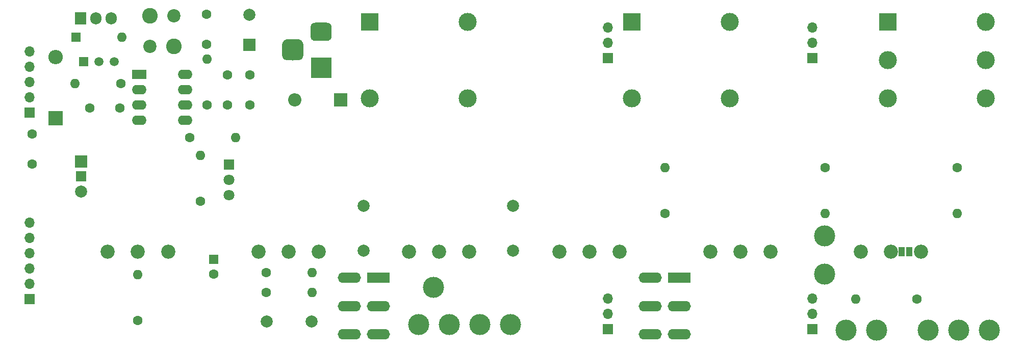
<source format=gts>
G04 #@! TF.GenerationSoftware,KiCad,Pcbnew,(5.1.0)-1*
G04 #@! TF.CreationDate,2019-04-19T18:14:24+02:00*
G04 #@! TF.ProjectId,pcb_main,7063625f-6d61-4696-9e2e-6b696361645f,rev?*
G04 #@! TF.SameCoordinates,Original*
G04 #@! TF.FileFunction,Soldermask,Top*
G04 #@! TF.FilePolarity,Negative*
%FSLAX46Y46*%
G04 Gerber Fmt 4.6, Leading zero omitted, Abs format (unit mm)*
G04 Created by KiCad (PCBNEW (5.1.0)-1) date 2019-04-19 18:14:24*
%MOMM*%
%LPD*%
G04 APERTURE LIST*
%ADD10C,3.000000*%
%ADD11R,3.000000X3.000000*%
%ADD12R,1.800000X1.800000*%
%ADD13C,1.800000*%
%ADD14C,1.600000*%
%ADD15R,1.600000X1.600000*%
%ADD16C,2.340000*%
%ADD17R,2.200000X2.200000*%
%ADD18O,2.200000X2.200000*%
%ADD19C,3.500000*%
%ADD20R,3.500000X3.500000*%
%ADD21C,0.200000*%
%ADD22C,2.000000*%
%ADD23R,1.000000X1.500000*%
%ADD24O,1.600000X1.600000*%
%ADD25O,1.700000X1.700000*%
%ADD26R,1.700000X1.700000*%
%ADD27R,2.000000X2.000000*%
%ADD28R,2.400000X2.400000*%
%ADD29O,2.400000X2.400000*%
%ADD30C,1.500000*%
%ADD31R,1.500000X1.500000*%
%ADD32R,1.905000X2.000000*%
%ADD33O,1.905000X2.000000*%
%ADD34R,2.400000X1.600000*%
%ADD35O,2.400000X1.600000*%
%ADD36C,2.600000*%
%ADD37C,2.200000*%
%ADD38R,3.850000X1.730000*%
%ADD39O,3.850000X1.730000*%
G04 APERTURE END LIST*
D10*
X198230000Y-118700000D03*
X198230000Y-106000000D03*
X182000000Y-118700000D03*
D11*
X182000000Y-106000000D03*
D10*
X154730000Y-118700000D03*
X154730000Y-106000000D03*
X138500000Y-118700000D03*
D11*
X138500000Y-106000000D03*
X224500000Y-106000000D03*
D10*
X224500000Y-118700000D03*
X224500000Y-112350000D03*
X240730000Y-106000000D03*
X240730000Y-118700000D03*
X240730000Y-112350000D03*
D12*
X90600000Y-131660000D03*
D13*
X90600000Y-134200000D03*
D12*
X115100000Y-129670000D03*
D13*
X115100000Y-132210000D03*
X115100000Y-134750000D03*
D14*
X112540000Y-147910000D03*
D15*
X112540000Y-145410000D03*
D16*
X105000000Y-144200000D03*
X100000000Y-144200000D03*
X95000000Y-144200000D03*
X155000000Y-144200000D03*
X150000000Y-144200000D03*
X145000000Y-144200000D03*
X180000000Y-144200000D03*
X175000000Y-144200000D03*
X170000000Y-144200000D03*
X130000000Y-144200000D03*
X125000000Y-144200000D03*
X120000000Y-144200000D03*
X205000000Y-144200000D03*
X200000000Y-144200000D03*
X195000000Y-144200000D03*
X230000000Y-144200000D03*
X225000000Y-144200000D03*
X220000000Y-144200000D03*
D17*
X133700000Y-118900000D03*
D18*
X126080000Y-118900000D03*
D19*
X222680000Y-157200000D03*
X217600000Y-157200000D03*
D20*
X130400000Y-113600000D03*
D21*
G36*
X131473513Y-106103611D02*
G01*
X131546318Y-106114411D01*
X131617714Y-106132295D01*
X131687013Y-106157090D01*
X131753548Y-106188559D01*
X131816678Y-106226398D01*
X131875795Y-106270242D01*
X131930330Y-106319670D01*
X131979758Y-106374205D01*
X132023602Y-106433322D01*
X132061441Y-106496452D01*
X132092910Y-106562987D01*
X132117705Y-106632286D01*
X132135589Y-106703682D01*
X132146389Y-106776487D01*
X132150000Y-106850000D01*
X132150000Y-108350000D01*
X132146389Y-108423513D01*
X132135589Y-108496318D01*
X132117705Y-108567714D01*
X132092910Y-108637013D01*
X132061441Y-108703548D01*
X132023602Y-108766678D01*
X131979758Y-108825795D01*
X131930330Y-108880330D01*
X131875795Y-108929758D01*
X131816678Y-108973602D01*
X131753548Y-109011441D01*
X131687013Y-109042910D01*
X131617714Y-109067705D01*
X131546318Y-109085589D01*
X131473513Y-109096389D01*
X131400000Y-109100000D01*
X129400000Y-109100000D01*
X129326487Y-109096389D01*
X129253682Y-109085589D01*
X129182286Y-109067705D01*
X129112987Y-109042910D01*
X129046452Y-109011441D01*
X128983322Y-108973602D01*
X128924205Y-108929758D01*
X128869670Y-108880330D01*
X128820242Y-108825795D01*
X128776398Y-108766678D01*
X128738559Y-108703548D01*
X128707090Y-108637013D01*
X128682295Y-108567714D01*
X128664411Y-108496318D01*
X128653611Y-108423513D01*
X128650000Y-108350000D01*
X128650000Y-106850000D01*
X128653611Y-106776487D01*
X128664411Y-106703682D01*
X128682295Y-106632286D01*
X128707090Y-106562987D01*
X128738559Y-106496452D01*
X128776398Y-106433322D01*
X128820242Y-106374205D01*
X128869670Y-106319670D01*
X128924205Y-106270242D01*
X128983322Y-106226398D01*
X129046452Y-106188559D01*
X129112987Y-106157090D01*
X129182286Y-106132295D01*
X129253682Y-106114411D01*
X129326487Y-106103611D01*
X129400000Y-106100000D01*
X131400000Y-106100000D01*
X131473513Y-106103611D01*
X131473513Y-106103611D01*
G37*
D10*
X130400000Y-107600000D03*
D21*
G36*
X126660765Y-108854213D02*
G01*
X126745704Y-108866813D01*
X126828999Y-108887677D01*
X126909848Y-108916605D01*
X126987472Y-108953319D01*
X127061124Y-108997464D01*
X127130094Y-109048616D01*
X127193718Y-109106282D01*
X127251384Y-109169906D01*
X127302536Y-109238876D01*
X127346681Y-109312528D01*
X127383395Y-109390152D01*
X127412323Y-109471001D01*
X127433187Y-109554296D01*
X127445787Y-109639235D01*
X127450000Y-109725000D01*
X127450000Y-111475000D01*
X127445787Y-111560765D01*
X127433187Y-111645704D01*
X127412323Y-111728999D01*
X127383395Y-111809848D01*
X127346681Y-111887472D01*
X127302536Y-111961124D01*
X127251384Y-112030094D01*
X127193718Y-112093718D01*
X127130094Y-112151384D01*
X127061124Y-112202536D01*
X126987472Y-112246681D01*
X126909848Y-112283395D01*
X126828999Y-112312323D01*
X126745704Y-112333187D01*
X126660765Y-112345787D01*
X126575000Y-112350000D01*
X124825000Y-112350000D01*
X124739235Y-112345787D01*
X124654296Y-112333187D01*
X124571001Y-112312323D01*
X124490152Y-112283395D01*
X124412528Y-112246681D01*
X124338876Y-112202536D01*
X124269906Y-112151384D01*
X124206282Y-112093718D01*
X124148616Y-112030094D01*
X124097464Y-111961124D01*
X124053319Y-111887472D01*
X124016605Y-111809848D01*
X123987677Y-111728999D01*
X123966813Y-111645704D01*
X123954213Y-111560765D01*
X123950000Y-111475000D01*
X123950000Y-109725000D01*
X123954213Y-109639235D01*
X123966813Y-109554296D01*
X123987677Y-109471001D01*
X124016605Y-109390152D01*
X124053319Y-109312528D01*
X124097464Y-109238876D01*
X124148616Y-109169906D01*
X124206282Y-109106282D01*
X124269906Y-109048616D01*
X124338876Y-108997464D01*
X124412528Y-108953319D01*
X124490152Y-108916605D01*
X124571001Y-108887677D01*
X124654296Y-108866813D01*
X124739235Y-108854213D01*
X124825000Y-108850000D01*
X126575000Y-108850000D01*
X126660765Y-108854213D01*
X126660765Y-108854213D01*
G37*
D19*
X125700000Y-110600000D03*
X214000000Y-141500000D03*
X214000000Y-147850000D03*
X231200000Y-157200000D03*
X241360000Y-157200000D03*
X236280000Y-157200000D03*
D22*
X128860000Y-155800000D03*
X121360000Y-155800000D03*
D23*
X226800000Y-144200000D03*
X228100000Y-144200000D03*
D14*
X100000000Y-155600000D03*
D24*
X100000000Y-147980000D03*
D14*
X121300000Y-147600000D03*
D24*
X128920000Y-147600000D03*
D14*
X187500000Y-137820000D03*
D24*
X187500000Y-130200000D03*
X128920000Y-150900000D03*
D14*
X121300000Y-150900000D03*
X229300000Y-152000000D03*
D24*
X219140000Y-152000000D03*
X236000000Y-137820000D03*
D14*
X236000000Y-130200000D03*
X214100000Y-130200000D03*
D24*
X214100000Y-137820000D03*
D19*
X146600000Y-156300000D03*
X151680000Y-156300000D03*
X156760000Y-156300000D03*
X161840000Y-156300000D03*
D25*
X178000000Y-106920000D03*
X178000000Y-109460000D03*
D26*
X178000000Y-112000000D03*
X212000000Y-112000000D03*
D25*
X212000000Y-109460000D03*
X212000000Y-106920000D03*
D26*
X82000000Y-152000000D03*
D25*
X82000000Y-149460000D03*
X82000000Y-146920000D03*
X82000000Y-144380000D03*
X82000000Y-141840000D03*
X82000000Y-139300000D03*
D26*
X212000000Y-157000000D03*
D25*
X212000000Y-154460000D03*
X212000000Y-151920000D03*
X178000000Y-151920000D03*
X178000000Y-154460000D03*
D26*
X178000000Y-157000000D03*
D19*
X149050000Y-150050000D03*
D14*
X114900000Y-114800000D03*
X114900000Y-119800000D03*
D22*
X118500000Y-104800000D03*
D27*
X118500000Y-109800000D03*
D14*
X111400000Y-109700000D03*
X111400000Y-104700000D03*
X97000000Y-120300000D03*
X92000000Y-120300000D03*
X118600000Y-119800000D03*
X118600000Y-114800000D03*
X82400000Y-129600000D03*
X82400000Y-124600000D03*
D27*
X90600000Y-129200000D03*
D22*
X90600000Y-134200000D03*
D15*
X89700000Y-108500000D03*
D24*
X97320000Y-108500000D03*
D28*
X86300000Y-122000000D03*
D29*
X86300000Y-111840000D03*
D30*
X93540000Y-112600000D03*
X96080000Y-112600000D03*
D31*
X91000000Y-112600000D03*
D32*
X90500000Y-105400000D03*
D33*
X93040000Y-105400000D03*
X95580000Y-105400000D03*
D24*
X111500000Y-112180000D03*
D14*
X111500000Y-119800000D03*
D24*
X116220000Y-125200000D03*
D14*
X108600000Y-125200000D03*
X97200000Y-116200000D03*
D24*
X89580000Y-116200000D03*
D14*
X110400000Y-135800000D03*
D24*
X110400000Y-128180000D03*
D34*
X100200000Y-114700000D03*
D35*
X107820000Y-122320000D03*
X100200000Y-117240000D03*
X107820000Y-119780000D03*
X100200000Y-119780000D03*
X107820000Y-117240000D03*
X100200000Y-122320000D03*
X107820000Y-114700000D03*
D36*
X102000000Y-105000000D03*
X106000000Y-110000000D03*
D37*
X106000000Y-105000000D03*
X102000000Y-110000000D03*
D38*
X189900000Y-148500000D03*
D39*
X189900000Y-153200000D03*
X189900000Y-157900000D03*
X185070000Y-153200000D03*
X185070000Y-157900000D03*
X185070000Y-148500000D03*
D26*
X82000000Y-121080000D03*
D25*
X82000000Y-118540000D03*
X82000000Y-116000000D03*
X82000000Y-113460000D03*
X82000000Y-110920000D03*
D38*
X139900000Y-148500000D03*
D39*
X139900000Y-153200000D03*
X139900000Y-157900000D03*
X135070000Y-153200000D03*
X135070000Y-157900000D03*
X135070000Y-148500000D03*
D22*
X162300000Y-144000000D03*
X162300000Y-136500000D03*
X137500000Y-136500000D03*
X137500000Y-144000000D03*
M02*

</source>
